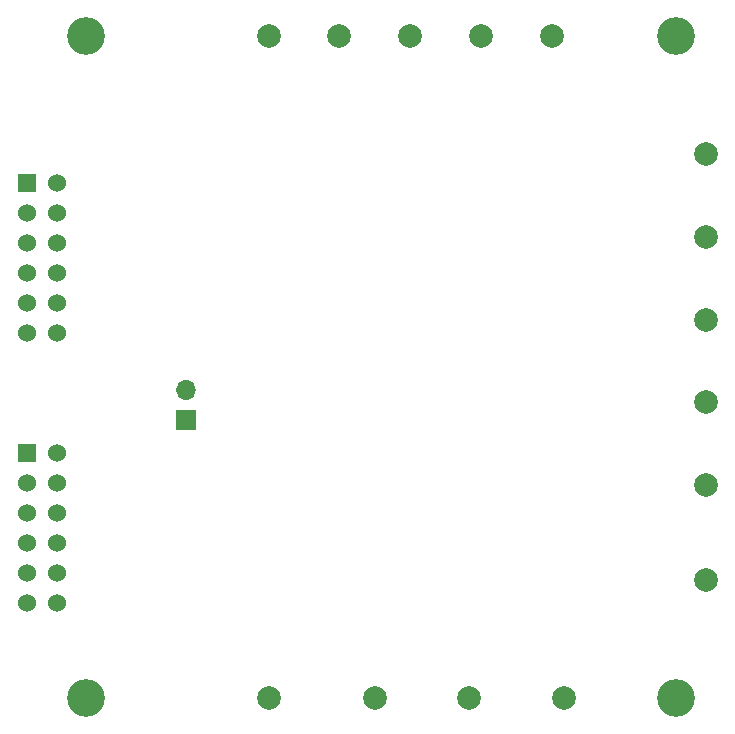
<source format=gbr>
%TF.GenerationSoftware,KiCad,Pcbnew,7.0.2*%
%TF.CreationDate,2024-03-05T22:27:11-06:00*%
%TF.ProjectId,AES_Test_Board,4145535f-5465-4737-945f-426f6172642e,rev?*%
%TF.SameCoordinates,Original*%
%TF.FileFunction,Soldermask,Bot*%
%TF.FilePolarity,Negative*%
%FSLAX46Y46*%
G04 Gerber Fmt 4.6, Leading zero omitted, Abs format (unit mm)*
G04 Created by KiCad (PCBNEW 7.0.2) date 2024-03-05 22:27:11*
%MOMM*%
%LPD*%
G01*
G04 APERTURE LIST*
%ADD10C,2.000000*%
%ADD11C,3.200000*%
%ADD12R,1.700000X1.700000*%
%ADD13O,1.700000X1.700000*%
%ADD14R,1.524000X1.524000*%
%ADD15C,1.524000*%
G04 APERTURE END LIST*
D10*
%TO.C,SU1*%
X132000000Y-60000000D03*
%TD*%
%TO.C,KRDY1*%
X145000000Y-84000000D03*
%TD*%
%TO.C,CLKOUT1*%
X133000000Y-116000000D03*
%TD*%
%TO.C,VDDPST1*%
X108000000Y-116000000D03*
%TD*%
D11*
%TO.C,H1*%
X142500000Y-116000000D03*
%TD*%
D10*
%TO.C,BSY1*%
X145000000Y-106000000D03*
%TD*%
%TO.C,SE1*%
X126000000Y-60000000D03*
%TD*%
%TO.C,SO1*%
X145000000Y-98000000D03*
%TD*%
%TO.C,CLK1*%
X114000000Y-60000000D03*
%TD*%
%TO.C,VDDD1*%
X117000000Y-116000000D03*
%TD*%
%TO.C,SCLK1*%
X120000000Y-60000000D03*
%TD*%
%TO.C,EN1*%
X145000000Y-70000000D03*
%TD*%
%TO.C,RSTN1*%
X145000000Y-77000000D03*
%TD*%
D11*
%TO.C,H4*%
X92500000Y-116000000D03*
%TD*%
D10*
%TO.C,DRDY1*%
X145000000Y-91000000D03*
%TD*%
D11*
%TO.C,H2*%
X142500000Y-60000000D03*
%TD*%
D10*
%TO.C,SI1*%
X108000000Y-60000000D03*
%TD*%
D11*
%TO.C,H3*%
X92500000Y-60000000D03*
%TD*%
D12*
%TO.C,J3*%
X101000000Y-92500000D03*
D13*
X101000000Y-89960000D03*
%TD*%
D10*
%TO.C,VSS1*%
X125000000Y-116000000D03*
%TD*%
D14*
%TO.C,J2*%
X87500000Y-95250000D03*
D15*
X87500000Y-97790000D03*
X87500000Y-100330000D03*
X87500000Y-102870000D03*
X87500000Y-105410000D03*
X87500000Y-107950000D03*
X90040000Y-95250000D03*
X90040000Y-97790000D03*
X90040000Y-100330000D03*
X90040000Y-102870000D03*
X90040000Y-105410000D03*
X90040000Y-107950000D03*
%TD*%
%TO.C,J1*%
X90040000Y-85090000D03*
X90040000Y-82550000D03*
X90040000Y-80010000D03*
X90040000Y-77470000D03*
X90040000Y-74930000D03*
X90040000Y-72390000D03*
X87500000Y-85090000D03*
X87500000Y-82550000D03*
X87500000Y-80010000D03*
X87500000Y-77470000D03*
X87500000Y-74930000D03*
D14*
X87500000Y-72390000D03*
%TD*%
M02*

</source>
